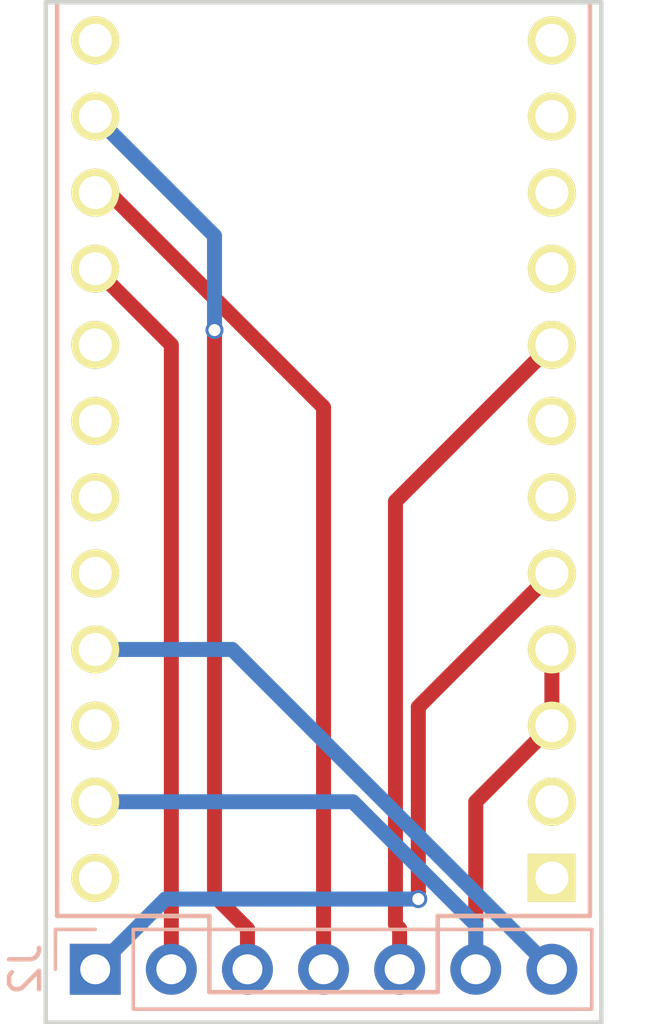
<source format=kicad_pcb>
(kicad_pcb (version 4) (host pcbnew 4.0.7)

  (general
    (links 9)
    (no_connects 0)
    (area 125.273999 89.967999 143.966001 124.154001)
    (thickness 1.6)
    (drawings 4)
    (tracks 29)
    (zones 0)
    (modules 2)
    (nets 8)
  )

  (page A4)
  (layers
    (0 F.Cu signal)
    (31 B.Cu signal)
    (32 B.Adhes user)
    (33 F.Adhes user)
    (34 B.Paste user)
    (35 F.Paste user)
    (36 B.SilkS user)
    (37 F.SilkS user)
    (38 B.Mask user)
    (39 F.Mask user)
    (40 Dwgs.User user)
    (41 Cmts.User user)
    (42 Eco1.User user)
    (43 Eco2.User user)
    (44 Edge.Cuts user)
    (45 Margin user)
    (46 B.CrtYd user)
    (47 F.CrtYd user)
    (48 B.Fab user)
    (49 F.Fab user)
  )

  (setup
    (last_trace_width 0.5)
    (trace_clearance 0.2)
    (zone_clearance 0.508)
    (zone_45_only no)
    (trace_min 0.2)
    (segment_width 0.2)
    (edge_width 0.15)
    (via_size 0.6)
    (via_drill 0.4)
    (via_min_size 0.4)
    (via_min_drill 0.3)
    (uvia_size 0.3)
    (uvia_drill 0.1)
    (uvias_allowed no)
    (uvia_min_size 0.2)
    (uvia_min_drill 0.1)
    (pcb_text_width 0.3)
    (pcb_text_size 1.5 1.5)
    (mod_edge_width 0.15)
    (mod_text_size 1 1)
    (mod_text_width 0.15)
    (pad_size 1.524 1.524)
    (pad_drill 0.762)
    (pad_to_mask_clearance 0.2)
    (aux_axis_origin 0 0)
    (visible_elements FFFFFF7F)
    (pcbplotparams
      (layerselection 0x00030_80000001)
      (usegerberextensions false)
      (excludeedgelayer true)
      (linewidth 0.100000)
      (plotframeref false)
      (viasonmask false)
      (mode 1)
      (useauxorigin false)
      (hpglpennumber 1)
      (hpglpenspeed 20)
      (hpglpendiameter 15)
      (hpglpenoverlay 2)
      (psnegative false)
      (psa4output false)
      (plotreference true)
      (plotvalue true)
      (plotinvisibletext false)
      (padsonsilk false)
      (subtractmaskfromsilk false)
      (outputformat 1)
      (mirror false)
      (drillshape 1)
      (scaleselection 1)
      (outputdirectory ""))
  )

  (net 0 "")
  (net 1 GND)
  (net 2 INT)
  (net 3 SCK)
  (net 4 MOSI)
  (net 5 MISO)
  (net 6 CS)
  (net 7 VCC)

  (net_class Default "This is the default net class."
    (clearance 0.2)
    (trace_width 0.5)
    (via_dia 0.6)
    (via_drill 0.4)
    (uvia_dia 0.3)
    (uvia_drill 0.1)
    (add_net CS)
    (add_net GND)
    (add_net INT)
    (add_net MISO)
    (add_net MOSI)
    (add_net SCK)
    (add_net VCC)
  )

  (module Socket_Strips:Socket_Strip_Straight_1x07_Pitch2.54mm (layer B.Cu) (tedit 58CD5446) (tstamp 5CFABFB9)
    (at 127 122.301 270)
    (descr "Through hole straight socket strip, 1x07, 2.54mm pitch, single row")
    (tags "Through hole socket strip THT 1x07 2.54mm single row")
    (path /5CEFFEED)
    (fp_text reference J2 (at 0 2.33 270) (layer B.SilkS)
      (effects (font (size 1 1) (thickness 0.15)) (justify mirror))
    )
    (fp_text value CAN (at 0 -17.57 270) (layer B.Fab)
      (effects (font (size 1 1) (thickness 0.15)) (justify mirror))
    )
    (fp_line (start -1.27 1.27) (end -1.27 -16.51) (layer B.Fab) (width 0.1))
    (fp_line (start -1.27 -16.51) (end 1.27 -16.51) (layer B.Fab) (width 0.1))
    (fp_line (start 1.27 -16.51) (end 1.27 1.27) (layer B.Fab) (width 0.1))
    (fp_line (start 1.27 1.27) (end -1.27 1.27) (layer B.Fab) (width 0.1))
    (fp_line (start -1.33 -1.27) (end -1.33 -16.57) (layer B.SilkS) (width 0.12))
    (fp_line (start -1.33 -16.57) (end 1.33 -16.57) (layer B.SilkS) (width 0.12))
    (fp_line (start 1.33 -16.57) (end 1.33 -1.27) (layer B.SilkS) (width 0.12))
    (fp_line (start 1.33 -1.27) (end -1.33 -1.27) (layer B.SilkS) (width 0.12))
    (fp_line (start -1.33 0) (end -1.33 1.33) (layer B.SilkS) (width 0.12))
    (fp_line (start -1.33 1.33) (end 0 1.33) (layer B.SilkS) (width 0.12))
    (fp_line (start -1.8 1.8) (end -1.8 -17.05) (layer B.CrtYd) (width 0.05))
    (fp_line (start -1.8 -17.05) (end 1.8 -17.05) (layer B.CrtYd) (width 0.05))
    (fp_line (start 1.8 -17.05) (end 1.8 1.8) (layer B.CrtYd) (width 0.05))
    (fp_line (start 1.8 1.8) (end -1.8 1.8) (layer B.CrtYd) (width 0.05))
    (fp_text user %R (at 0 2.33 270) (layer B.Fab)
      (effects (font (size 1 1) (thickness 0.15)) (justify mirror))
    )
    (pad 1 thru_hole rect (at 0 0 270) (size 1.7 1.7) (drill 1) (layers *.Cu *.Mask)
      (net 2 INT))
    (pad 2 thru_hole oval (at 0 -2.54 270) (size 1.7 1.7) (drill 1) (layers *.Cu *.Mask)
      (net 3 SCK))
    (pad 3 thru_hole oval (at 0 -5.08 270) (size 1.7 1.7) (drill 1) (layers *.Cu *.Mask)
      (net 4 MOSI))
    (pad 4 thru_hole oval (at 0 -7.62 270) (size 1.7 1.7) (drill 1) (layers *.Cu *.Mask)
      (net 5 MISO))
    (pad 5 thru_hole oval (at 0 -10.16 270) (size 1.7 1.7) (drill 1) (layers *.Cu *.Mask)
      (net 6 CS))
    (pad 6 thru_hole oval (at 0 -12.7 270) (size 1.7 1.7) (drill 1) (layers *.Cu *.Mask)
      (net 1 GND))
    (pad 7 thru_hole oval (at 0 -15.24 270) (size 1.7 1.7) (drill 1) (layers *.Cu *.Mask)
      (net 7 VCC))
    (model ${KISYS3DMOD}/Socket_Strips.3dshapes/Socket_Strip_Straight_1x07_Pitch2.54mm.wrl
      (at (xyz 0 -0.3 0))
      (scale (xyz 1 1 1))
      (rotate (xyz 0 0 270))
    )
  )

  (module promicro:ProMicro (layer F.Cu) (tedit 5A06A962) (tstamp 5CFABFD5)
    (at 134.62 105.283 90)
    (descr "Pro Micro footprint")
    (tags "promicro ProMicro")
    (path /5CEFF4F8)
    (fp_text reference U1 (at 0 -10.16 90) (layer F.SilkS) hide
      (effects (font (size 1 1) (thickness 0.15)))
    )
    (fp_text value ProMicro (at 0 10.16 90) (layer F.Fab)
      (effects (font (size 1 1) (thickness 0.15)))
    )
    (fp_line (start 15.24 -8.89) (end 15.24 8.89) (layer B.SilkS) (width 0.15))
    (fp_line (start 15.24 8.89) (end -15.24 8.89) (layer B.SilkS) (width 0.15))
    (fp_line (start -15.24 8.89) (end -15.24 3.81) (layer B.SilkS) (width 0.15))
    (fp_line (start -15.24 3.81) (end -17.78 3.81) (layer B.SilkS) (width 0.15))
    (fp_line (start -17.78 3.81) (end -17.78 -3.81) (layer B.SilkS) (width 0.15))
    (fp_line (start -17.78 -3.81) (end -15.24 -3.81) (layer B.SilkS) (width 0.15))
    (fp_line (start -15.24 -3.81) (end -15.24 -8.89) (layer B.SilkS) (width 0.15))
    (fp_line (start -15.24 -8.89) (end 15.24 -8.89) (layer B.SilkS) (width 0.15))
    (fp_line (start -15.24 8.89) (end 15.24 8.89) (layer F.SilkS) (width 0.15))
    (fp_line (start -15.24 8.89) (end -15.24 3.81) (layer F.SilkS) (width 0.15))
    (fp_line (start -15.24 3.81) (end -17.78 3.81) (layer F.SilkS) (width 0.15))
    (fp_line (start -17.78 3.81) (end -17.78 -3.81) (layer F.SilkS) (width 0.15))
    (fp_line (start -17.78 -3.81) (end -15.24 -3.81) (layer F.SilkS) (width 0.15))
    (fp_line (start -15.24 -3.81) (end -15.24 -8.89) (layer F.SilkS) (width 0.15))
    (fp_line (start -15.24 -8.89) (end 15.24 -8.89) (layer F.SilkS) (width 0.15))
    (fp_line (start 15.24 -8.89) (end 15.24 8.89) (layer F.SilkS) (width 0.15))
    (pad 1 thru_hole rect (at -13.97 7.62 90) (size 1.6 1.6) (drill 1.1) (layers *.Cu *.Mask F.SilkS))
    (pad 2 thru_hole circle (at -11.43 7.62 90) (size 1.6 1.6) (drill 1.1) (layers *.Cu *.Mask F.SilkS))
    (pad 3 thru_hole circle (at -8.89 7.62 90) (size 1.6 1.6) (drill 1.1) (layers *.Cu *.Mask F.SilkS)
      (net 1 GND))
    (pad 4 thru_hole circle (at -6.35 7.62 90) (size 1.6 1.6) (drill 1.1) (layers *.Cu *.Mask F.SilkS)
      (net 1 GND))
    (pad 5 thru_hole circle (at -3.81 7.62 90) (size 1.6 1.6) (drill 1.1) (layers *.Cu *.Mask F.SilkS)
      (net 2 INT))
    (pad 6 thru_hole circle (at -1.27 7.62 90) (size 1.6 1.6) (drill 1.1) (layers *.Cu *.Mask F.SilkS))
    (pad 7 thru_hole circle (at 1.27 7.62 90) (size 1.6 1.6) (drill 1.1) (layers *.Cu *.Mask F.SilkS))
    (pad 8 thru_hole circle (at 3.81 7.62 90) (size 1.6 1.6) (drill 1.1) (layers *.Cu *.Mask F.SilkS)
      (net 6 CS))
    (pad 9 thru_hole circle (at 6.35 7.62 90) (size 1.6 1.6) (drill 1.1) (layers *.Cu *.Mask F.SilkS))
    (pad 10 thru_hole circle (at 8.89 7.62 90) (size 1.6 1.6) (drill 1.1) (layers *.Cu *.Mask F.SilkS))
    (pad 11 thru_hole circle (at 11.43 7.62 90) (size 1.6 1.6) (drill 1.1) (layers *.Cu *.Mask F.SilkS))
    (pad 12 thru_hole circle (at 13.97 7.62 90) (size 1.6 1.6) (drill 1.1) (layers *.Cu *.Mask F.SilkS))
    (pad 13 thru_hole circle (at 13.97 -7.62 90) (size 1.6 1.6) (drill 1.1) (layers *.Cu *.Mask F.SilkS))
    (pad 14 thru_hole circle (at 11.43 -7.62 90) (size 1.6 1.6) (drill 1.1) (layers *.Cu *.Mask F.SilkS)
      (net 4 MOSI))
    (pad 15 thru_hole circle (at 8.89 -7.62 90) (size 1.6 1.6) (drill 1.1) (layers *.Cu *.Mask F.SilkS)
      (net 5 MISO))
    (pad 16 thru_hole circle (at 6.35 -7.62 90) (size 1.6 1.6) (drill 1.1) (layers *.Cu *.Mask F.SilkS)
      (net 3 SCK))
    (pad 17 thru_hole circle (at 3.81 -7.62 90) (size 1.6 1.6) (drill 1.1) (layers *.Cu *.Mask F.SilkS))
    (pad 18 thru_hole circle (at 1.27 -7.62 90) (size 1.6 1.6) (drill 1.1) (layers *.Cu *.Mask F.SilkS))
    (pad 19 thru_hole circle (at -1.27 -7.62 90) (size 1.6 1.6) (drill 1.1) (layers *.Cu *.Mask F.SilkS))
    (pad 20 thru_hole circle (at -3.81 -7.62 90) (size 1.6 1.6) (drill 1.1) (layers *.Cu *.Mask F.SilkS))
    (pad 21 thru_hole circle (at -6.35 -7.62 90) (size 1.6 1.6) (drill 1.1) (layers *.Cu *.Mask F.SilkS)
      (net 7 VCC))
    (pad 22 thru_hole circle (at -8.89 -7.62 90) (size 1.6 1.6) (drill 1.1) (layers *.Cu *.Mask F.SilkS))
    (pad 23 thru_hole circle (at -11.43 -7.62 90) (size 1.6 1.6) (drill 1.1) (layers *.Cu *.Mask F.SilkS)
      (net 1 GND))
    (pad 24 thru_hole circle (at -13.97 -7.62 90) (size 1.6 1.6) (drill 1.1) (layers *.Cu *.Mask F.SilkS))
  )

  (gr_line (start 143.891 90.043) (end 143.891 124.079) (angle 90) (layer Edge.Cuts) (width 0.15))
  (gr_line (start 125.349 90.043) (end 143.891 90.043) (angle 90) (layer Edge.Cuts) (width 0.15))
  (gr_line (start 125.349 124.079) (end 125.349 90.043) (angle 90) (layer Edge.Cuts) (width 0.15))
  (gr_line (start 143.891 124.079) (end 125.349 124.079) (angle 90) (layer Edge.Cuts) (width 0.15))

  (segment (start 139.7 122.301) (end 139.7 120.951) (width 0.5) (layer B.Cu) (net 1))
  (segment (start 142.24 111.633) (end 142.24 114.173) (width 0.5) (layer F.Cu) (net 1))
  (segment (start 139.7 116.713) (end 139.7 122.301) (width 0.5) (layer F.Cu) (net 1))
  (segment (start 142.24 114.173) (end 139.7 116.713) (width 0.5) (layer F.Cu) (net 1))
  (segment (start 135.5981 116.713) (end 127 116.713) (width 0.5) (layer B.Cu) (net 1))
  (segment (start 139.7 120.8149) (end 135.5981 116.713) (width 0.5) (layer B.Cu) (net 1))
  (segment (start 139.7 120.951) (end 139.7 120.8149) (width 0.5) (layer B.Cu) (net 1))
  (via (at 137.7826 119.9587) (size 0.6) (layers F.Cu B.Cu) (net 2))
  (segment (start 137.7826 113.5504) (end 137.7826 119.9587) (width 0.5) (layer F.Cu) (net 2))
  (segment (start 142.24 109.093) (end 137.7826 113.5504) (width 0.5) (layer F.Cu) (net 2))
  (segment (start 129.3423 119.9587) (end 127 122.301) (width 0.5) (layer B.Cu) (net 2))
  (segment (start 137.7826 119.9587) (end 129.3423 119.9587) (width 0.5) (layer B.Cu) (net 2))
  (segment (start 129.54 101.473) (end 129.54 122.301) (width 0.5) (layer F.Cu) (net 3))
  (segment (start 127 98.933) (end 129.54 101.473) (width 0.5) (layer F.Cu) (net 3))
  (via (at 130.9807 100.9783) (size 0.6) (layers F.Cu B.Cu) (net 4))
  (segment (start 130.9807 97.8337) (end 130.9807 100.9783) (width 0.5) (layer B.Cu) (net 4))
  (segment (start 127 93.853) (end 130.9807 97.8337) (width 0.5) (layer B.Cu) (net 4))
  (segment (start 130.9807 119.8517) (end 132.08 120.951) (width 0.5) (layer F.Cu) (net 4))
  (segment (start 130.9807 100.9783) (end 130.9807 119.8517) (width 0.5) (layer F.Cu) (net 4))
  (segment (start 132.08 122.301) (end 132.08 120.951) (width 0.5) (layer F.Cu) (net 4))
  (segment (start 127.4566 96.393) (end 127 96.393) (width 0.5) (layer F.Cu) (net 5))
  (segment (start 134.62 103.5564) (end 127.4566 96.393) (width 0.5) (layer F.Cu) (net 5))
  (segment (start 134.62 122.301) (end 134.62 103.5564) (width 0.5) (layer F.Cu) (net 5))
  (segment (start 137.0202 120.8112) (end 137.16 120.951) (width 0.5) (layer F.Cu) (net 6))
  (segment (start 137.0202 106.6928) (end 137.0202 120.8112) (width 0.5) (layer F.Cu) (net 6))
  (segment (start 142.24 101.473) (end 137.0202 106.6928) (width 0.5) (layer F.Cu) (net 6))
  (segment (start 137.16 122.301) (end 137.16 120.951) (width 0.5) (layer F.Cu) (net 6))
  (segment (start 131.572 111.633) (end 142.24 122.301) (width 0.5) (layer B.Cu) (net 7))
  (segment (start 127 111.633) (end 131.572 111.633) (width 0.5) (layer B.Cu) (net 7))

)

</source>
